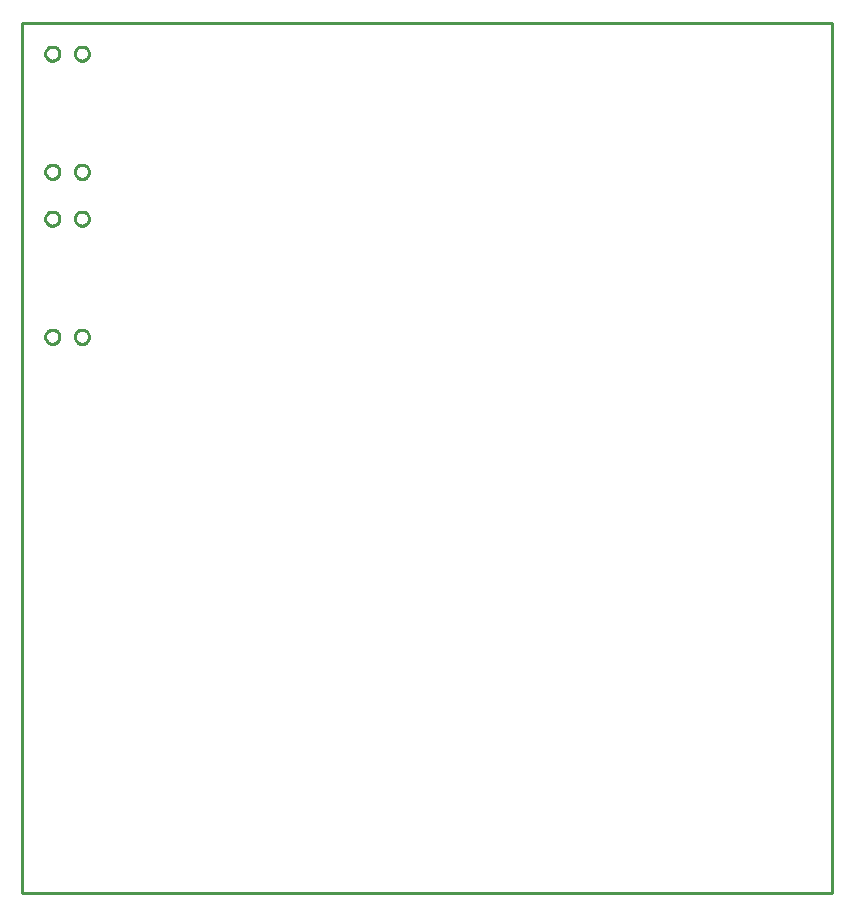
<source format=gko>
G04 EAGLE Gerber RS-274X export*
G75*
%MOMM*%
%FSLAX34Y34*%
%LPD*%
%INBoard Outline*%
%IPPOS*%
%AMOC8*
5,1,8,0,0,1.08239X$1,22.5*%
G01*
%ADD10C,0.000000*%
%ADD11C,0.254000*%


D10*
X0Y0D02*
X685800Y0D01*
X685800Y736600D01*
X0Y736600D01*
X0Y0D01*
X44800Y570700D02*
X44802Y570854D01*
X44808Y571009D01*
X44818Y571163D01*
X44832Y571317D01*
X44850Y571470D01*
X44871Y571623D01*
X44897Y571776D01*
X44927Y571927D01*
X44960Y572078D01*
X44998Y572228D01*
X45039Y572377D01*
X45084Y572525D01*
X45133Y572671D01*
X45186Y572817D01*
X45242Y572960D01*
X45302Y573103D01*
X45366Y573243D01*
X45433Y573383D01*
X45504Y573520D01*
X45578Y573655D01*
X45656Y573789D01*
X45737Y573920D01*
X45822Y574049D01*
X45910Y574177D01*
X46001Y574301D01*
X46095Y574424D01*
X46193Y574544D01*
X46293Y574661D01*
X46397Y574776D01*
X46503Y574888D01*
X46612Y574997D01*
X46724Y575103D01*
X46839Y575207D01*
X46956Y575307D01*
X47076Y575405D01*
X47199Y575499D01*
X47323Y575590D01*
X47451Y575678D01*
X47580Y575763D01*
X47711Y575844D01*
X47845Y575922D01*
X47980Y575996D01*
X48117Y576067D01*
X48257Y576134D01*
X48397Y576198D01*
X48540Y576258D01*
X48683Y576314D01*
X48829Y576367D01*
X48975Y576416D01*
X49123Y576461D01*
X49272Y576502D01*
X49422Y576540D01*
X49573Y576573D01*
X49724Y576603D01*
X49877Y576629D01*
X50030Y576650D01*
X50183Y576668D01*
X50337Y576682D01*
X50491Y576692D01*
X50646Y576698D01*
X50800Y576700D01*
X50954Y576698D01*
X51109Y576692D01*
X51263Y576682D01*
X51417Y576668D01*
X51570Y576650D01*
X51723Y576629D01*
X51876Y576603D01*
X52027Y576573D01*
X52178Y576540D01*
X52328Y576502D01*
X52477Y576461D01*
X52625Y576416D01*
X52771Y576367D01*
X52917Y576314D01*
X53060Y576258D01*
X53203Y576198D01*
X53343Y576134D01*
X53483Y576067D01*
X53620Y575996D01*
X53755Y575922D01*
X53889Y575844D01*
X54020Y575763D01*
X54149Y575678D01*
X54277Y575590D01*
X54401Y575499D01*
X54524Y575405D01*
X54644Y575307D01*
X54761Y575207D01*
X54876Y575103D01*
X54988Y574997D01*
X55097Y574888D01*
X55203Y574776D01*
X55307Y574661D01*
X55407Y574544D01*
X55505Y574424D01*
X55599Y574301D01*
X55690Y574177D01*
X55778Y574049D01*
X55863Y573920D01*
X55944Y573789D01*
X56022Y573655D01*
X56096Y573520D01*
X56167Y573383D01*
X56234Y573243D01*
X56298Y573103D01*
X56358Y572960D01*
X56414Y572817D01*
X56467Y572671D01*
X56516Y572525D01*
X56561Y572377D01*
X56602Y572228D01*
X56640Y572078D01*
X56673Y571927D01*
X56703Y571776D01*
X56729Y571623D01*
X56750Y571470D01*
X56768Y571317D01*
X56782Y571163D01*
X56792Y571009D01*
X56798Y570854D01*
X56800Y570700D01*
X56798Y570546D01*
X56792Y570391D01*
X56782Y570237D01*
X56768Y570083D01*
X56750Y569930D01*
X56729Y569777D01*
X56703Y569624D01*
X56673Y569473D01*
X56640Y569322D01*
X56602Y569172D01*
X56561Y569023D01*
X56516Y568875D01*
X56467Y568729D01*
X56414Y568583D01*
X56358Y568440D01*
X56298Y568297D01*
X56234Y568157D01*
X56167Y568017D01*
X56096Y567880D01*
X56022Y567745D01*
X55944Y567611D01*
X55863Y567480D01*
X55778Y567351D01*
X55690Y567223D01*
X55599Y567099D01*
X55505Y566976D01*
X55407Y566856D01*
X55307Y566739D01*
X55203Y566624D01*
X55097Y566512D01*
X54988Y566403D01*
X54876Y566297D01*
X54761Y566193D01*
X54644Y566093D01*
X54524Y565995D01*
X54401Y565901D01*
X54277Y565810D01*
X54149Y565722D01*
X54020Y565637D01*
X53889Y565556D01*
X53755Y565478D01*
X53620Y565404D01*
X53483Y565333D01*
X53343Y565266D01*
X53203Y565202D01*
X53060Y565142D01*
X52917Y565086D01*
X52771Y565033D01*
X52625Y564984D01*
X52477Y564939D01*
X52328Y564898D01*
X52178Y564860D01*
X52027Y564827D01*
X51876Y564797D01*
X51723Y564771D01*
X51570Y564750D01*
X51417Y564732D01*
X51263Y564718D01*
X51109Y564708D01*
X50954Y564702D01*
X50800Y564700D01*
X50646Y564702D01*
X50491Y564708D01*
X50337Y564718D01*
X50183Y564732D01*
X50030Y564750D01*
X49877Y564771D01*
X49724Y564797D01*
X49573Y564827D01*
X49422Y564860D01*
X49272Y564898D01*
X49123Y564939D01*
X48975Y564984D01*
X48829Y565033D01*
X48683Y565086D01*
X48540Y565142D01*
X48397Y565202D01*
X48257Y565266D01*
X48117Y565333D01*
X47980Y565404D01*
X47845Y565478D01*
X47711Y565556D01*
X47580Y565637D01*
X47451Y565722D01*
X47323Y565810D01*
X47199Y565901D01*
X47076Y565995D01*
X46956Y566093D01*
X46839Y566193D01*
X46724Y566297D01*
X46612Y566403D01*
X46503Y566512D01*
X46397Y566624D01*
X46293Y566739D01*
X46193Y566856D01*
X46095Y566976D01*
X46001Y567099D01*
X45910Y567223D01*
X45822Y567351D01*
X45737Y567480D01*
X45656Y567611D01*
X45578Y567745D01*
X45504Y567880D01*
X45433Y568017D01*
X45366Y568157D01*
X45302Y568297D01*
X45242Y568440D01*
X45186Y568583D01*
X45133Y568729D01*
X45084Y568875D01*
X45039Y569023D01*
X44998Y569172D01*
X44960Y569322D01*
X44927Y569473D01*
X44897Y569624D01*
X44871Y569777D01*
X44850Y569930D01*
X44832Y570083D01*
X44818Y570237D01*
X44808Y570391D01*
X44802Y570546D01*
X44800Y570700D01*
X19800Y570700D02*
X19802Y570854D01*
X19808Y571009D01*
X19818Y571163D01*
X19832Y571317D01*
X19850Y571470D01*
X19871Y571623D01*
X19897Y571776D01*
X19927Y571927D01*
X19960Y572078D01*
X19998Y572228D01*
X20039Y572377D01*
X20084Y572525D01*
X20133Y572671D01*
X20186Y572817D01*
X20242Y572960D01*
X20302Y573103D01*
X20366Y573243D01*
X20433Y573383D01*
X20504Y573520D01*
X20578Y573655D01*
X20656Y573789D01*
X20737Y573920D01*
X20822Y574049D01*
X20910Y574177D01*
X21001Y574301D01*
X21095Y574424D01*
X21193Y574544D01*
X21293Y574661D01*
X21397Y574776D01*
X21503Y574888D01*
X21612Y574997D01*
X21724Y575103D01*
X21839Y575207D01*
X21956Y575307D01*
X22076Y575405D01*
X22199Y575499D01*
X22323Y575590D01*
X22451Y575678D01*
X22580Y575763D01*
X22711Y575844D01*
X22845Y575922D01*
X22980Y575996D01*
X23117Y576067D01*
X23257Y576134D01*
X23397Y576198D01*
X23540Y576258D01*
X23683Y576314D01*
X23829Y576367D01*
X23975Y576416D01*
X24123Y576461D01*
X24272Y576502D01*
X24422Y576540D01*
X24573Y576573D01*
X24724Y576603D01*
X24877Y576629D01*
X25030Y576650D01*
X25183Y576668D01*
X25337Y576682D01*
X25491Y576692D01*
X25646Y576698D01*
X25800Y576700D01*
X25954Y576698D01*
X26109Y576692D01*
X26263Y576682D01*
X26417Y576668D01*
X26570Y576650D01*
X26723Y576629D01*
X26876Y576603D01*
X27027Y576573D01*
X27178Y576540D01*
X27328Y576502D01*
X27477Y576461D01*
X27625Y576416D01*
X27771Y576367D01*
X27917Y576314D01*
X28060Y576258D01*
X28203Y576198D01*
X28343Y576134D01*
X28483Y576067D01*
X28620Y575996D01*
X28755Y575922D01*
X28889Y575844D01*
X29020Y575763D01*
X29149Y575678D01*
X29277Y575590D01*
X29401Y575499D01*
X29524Y575405D01*
X29644Y575307D01*
X29761Y575207D01*
X29876Y575103D01*
X29988Y574997D01*
X30097Y574888D01*
X30203Y574776D01*
X30307Y574661D01*
X30407Y574544D01*
X30505Y574424D01*
X30599Y574301D01*
X30690Y574177D01*
X30778Y574049D01*
X30863Y573920D01*
X30944Y573789D01*
X31022Y573655D01*
X31096Y573520D01*
X31167Y573383D01*
X31234Y573243D01*
X31298Y573103D01*
X31358Y572960D01*
X31414Y572817D01*
X31467Y572671D01*
X31516Y572525D01*
X31561Y572377D01*
X31602Y572228D01*
X31640Y572078D01*
X31673Y571927D01*
X31703Y571776D01*
X31729Y571623D01*
X31750Y571470D01*
X31768Y571317D01*
X31782Y571163D01*
X31792Y571009D01*
X31798Y570854D01*
X31800Y570700D01*
X31798Y570546D01*
X31792Y570391D01*
X31782Y570237D01*
X31768Y570083D01*
X31750Y569930D01*
X31729Y569777D01*
X31703Y569624D01*
X31673Y569473D01*
X31640Y569322D01*
X31602Y569172D01*
X31561Y569023D01*
X31516Y568875D01*
X31467Y568729D01*
X31414Y568583D01*
X31358Y568440D01*
X31298Y568297D01*
X31234Y568157D01*
X31167Y568017D01*
X31096Y567880D01*
X31022Y567745D01*
X30944Y567611D01*
X30863Y567480D01*
X30778Y567351D01*
X30690Y567223D01*
X30599Y567099D01*
X30505Y566976D01*
X30407Y566856D01*
X30307Y566739D01*
X30203Y566624D01*
X30097Y566512D01*
X29988Y566403D01*
X29876Y566297D01*
X29761Y566193D01*
X29644Y566093D01*
X29524Y565995D01*
X29401Y565901D01*
X29277Y565810D01*
X29149Y565722D01*
X29020Y565637D01*
X28889Y565556D01*
X28755Y565478D01*
X28620Y565404D01*
X28483Y565333D01*
X28343Y565266D01*
X28203Y565202D01*
X28060Y565142D01*
X27917Y565086D01*
X27771Y565033D01*
X27625Y564984D01*
X27477Y564939D01*
X27328Y564898D01*
X27178Y564860D01*
X27027Y564827D01*
X26876Y564797D01*
X26723Y564771D01*
X26570Y564750D01*
X26417Y564732D01*
X26263Y564718D01*
X26109Y564708D01*
X25954Y564702D01*
X25800Y564700D01*
X25646Y564702D01*
X25491Y564708D01*
X25337Y564718D01*
X25183Y564732D01*
X25030Y564750D01*
X24877Y564771D01*
X24724Y564797D01*
X24573Y564827D01*
X24422Y564860D01*
X24272Y564898D01*
X24123Y564939D01*
X23975Y564984D01*
X23829Y565033D01*
X23683Y565086D01*
X23540Y565142D01*
X23397Y565202D01*
X23257Y565266D01*
X23117Y565333D01*
X22980Y565404D01*
X22845Y565478D01*
X22711Y565556D01*
X22580Y565637D01*
X22451Y565722D01*
X22323Y565810D01*
X22199Y565901D01*
X22076Y565995D01*
X21956Y566093D01*
X21839Y566193D01*
X21724Y566297D01*
X21612Y566403D01*
X21503Y566512D01*
X21397Y566624D01*
X21293Y566739D01*
X21193Y566856D01*
X21095Y566976D01*
X21001Y567099D01*
X20910Y567223D01*
X20822Y567351D01*
X20737Y567480D01*
X20656Y567611D01*
X20578Y567745D01*
X20504Y567880D01*
X20433Y568017D01*
X20366Y568157D01*
X20302Y568297D01*
X20242Y568440D01*
X20186Y568583D01*
X20133Y568729D01*
X20084Y568875D01*
X20039Y569023D01*
X19998Y569172D01*
X19960Y569322D01*
X19927Y569473D01*
X19897Y569624D01*
X19871Y569777D01*
X19850Y569930D01*
X19832Y570083D01*
X19818Y570237D01*
X19808Y570391D01*
X19802Y570546D01*
X19800Y570700D01*
X19800Y470700D02*
X19802Y470854D01*
X19808Y471009D01*
X19818Y471163D01*
X19832Y471317D01*
X19850Y471470D01*
X19871Y471623D01*
X19897Y471776D01*
X19927Y471927D01*
X19960Y472078D01*
X19998Y472228D01*
X20039Y472377D01*
X20084Y472525D01*
X20133Y472671D01*
X20186Y472817D01*
X20242Y472960D01*
X20302Y473103D01*
X20366Y473243D01*
X20433Y473383D01*
X20504Y473520D01*
X20578Y473655D01*
X20656Y473789D01*
X20737Y473920D01*
X20822Y474049D01*
X20910Y474177D01*
X21001Y474301D01*
X21095Y474424D01*
X21193Y474544D01*
X21293Y474661D01*
X21397Y474776D01*
X21503Y474888D01*
X21612Y474997D01*
X21724Y475103D01*
X21839Y475207D01*
X21956Y475307D01*
X22076Y475405D01*
X22199Y475499D01*
X22323Y475590D01*
X22451Y475678D01*
X22580Y475763D01*
X22711Y475844D01*
X22845Y475922D01*
X22980Y475996D01*
X23117Y476067D01*
X23257Y476134D01*
X23397Y476198D01*
X23540Y476258D01*
X23683Y476314D01*
X23829Y476367D01*
X23975Y476416D01*
X24123Y476461D01*
X24272Y476502D01*
X24422Y476540D01*
X24573Y476573D01*
X24724Y476603D01*
X24877Y476629D01*
X25030Y476650D01*
X25183Y476668D01*
X25337Y476682D01*
X25491Y476692D01*
X25646Y476698D01*
X25800Y476700D01*
X25954Y476698D01*
X26109Y476692D01*
X26263Y476682D01*
X26417Y476668D01*
X26570Y476650D01*
X26723Y476629D01*
X26876Y476603D01*
X27027Y476573D01*
X27178Y476540D01*
X27328Y476502D01*
X27477Y476461D01*
X27625Y476416D01*
X27771Y476367D01*
X27917Y476314D01*
X28060Y476258D01*
X28203Y476198D01*
X28343Y476134D01*
X28483Y476067D01*
X28620Y475996D01*
X28755Y475922D01*
X28889Y475844D01*
X29020Y475763D01*
X29149Y475678D01*
X29277Y475590D01*
X29401Y475499D01*
X29524Y475405D01*
X29644Y475307D01*
X29761Y475207D01*
X29876Y475103D01*
X29988Y474997D01*
X30097Y474888D01*
X30203Y474776D01*
X30307Y474661D01*
X30407Y474544D01*
X30505Y474424D01*
X30599Y474301D01*
X30690Y474177D01*
X30778Y474049D01*
X30863Y473920D01*
X30944Y473789D01*
X31022Y473655D01*
X31096Y473520D01*
X31167Y473383D01*
X31234Y473243D01*
X31298Y473103D01*
X31358Y472960D01*
X31414Y472817D01*
X31467Y472671D01*
X31516Y472525D01*
X31561Y472377D01*
X31602Y472228D01*
X31640Y472078D01*
X31673Y471927D01*
X31703Y471776D01*
X31729Y471623D01*
X31750Y471470D01*
X31768Y471317D01*
X31782Y471163D01*
X31792Y471009D01*
X31798Y470854D01*
X31800Y470700D01*
X31798Y470546D01*
X31792Y470391D01*
X31782Y470237D01*
X31768Y470083D01*
X31750Y469930D01*
X31729Y469777D01*
X31703Y469624D01*
X31673Y469473D01*
X31640Y469322D01*
X31602Y469172D01*
X31561Y469023D01*
X31516Y468875D01*
X31467Y468729D01*
X31414Y468583D01*
X31358Y468440D01*
X31298Y468297D01*
X31234Y468157D01*
X31167Y468017D01*
X31096Y467880D01*
X31022Y467745D01*
X30944Y467611D01*
X30863Y467480D01*
X30778Y467351D01*
X30690Y467223D01*
X30599Y467099D01*
X30505Y466976D01*
X30407Y466856D01*
X30307Y466739D01*
X30203Y466624D01*
X30097Y466512D01*
X29988Y466403D01*
X29876Y466297D01*
X29761Y466193D01*
X29644Y466093D01*
X29524Y465995D01*
X29401Y465901D01*
X29277Y465810D01*
X29149Y465722D01*
X29020Y465637D01*
X28889Y465556D01*
X28755Y465478D01*
X28620Y465404D01*
X28483Y465333D01*
X28343Y465266D01*
X28203Y465202D01*
X28060Y465142D01*
X27917Y465086D01*
X27771Y465033D01*
X27625Y464984D01*
X27477Y464939D01*
X27328Y464898D01*
X27178Y464860D01*
X27027Y464827D01*
X26876Y464797D01*
X26723Y464771D01*
X26570Y464750D01*
X26417Y464732D01*
X26263Y464718D01*
X26109Y464708D01*
X25954Y464702D01*
X25800Y464700D01*
X25646Y464702D01*
X25491Y464708D01*
X25337Y464718D01*
X25183Y464732D01*
X25030Y464750D01*
X24877Y464771D01*
X24724Y464797D01*
X24573Y464827D01*
X24422Y464860D01*
X24272Y464898D01*
X24123Y464939D01*
X23975Y464984D01*
X23829Y465033D01*
X23683Y465086D01*
X23540Y465142D01*
X23397Y465202D01*
X23257Y465266D01*
X23117Y465333D01*
X22980Y465404D01*
X22845Y465478D01*
X22711Y465556D01*
X22580Y465637D01*
X22451Y465722D01*
X22323Y465810D01*
X22199Y465901D01*
X22076Y465995D01*
X21956Y466093D01*
X21839Y466193D01*
X21724Y466297D01*
X21612Y466403D01*
X21503Y466512D01*
X21397Y466624D01*
X21293Y466739D01*
X21193Y466856D01*
X21095Y466976D01*
X21001Y467099D01*
X20910Y467223D01*
X20822Y467351D01*
X20737Y467480D01*
X20656Y467611D01*
X20578Y467745D01*
X20504Y467880D01*
X20433Y468017D01*
X20366Y468157D01*
X20302Y468297D01*
X20242Y468440D01*
X20186Y468583D01*
X20133Y468729D01*
X20084Y468875D01*
X20039Y469023D01*
X19998Y469172D01*
X19960Y469322D01*
X19927Y469473D01*
X19897Y469624D01*
X19871Y469777D01*
X19850Y469930D01*
X19832Y470083D01*
X19818Y470237D01*
X19808Y470391D01*
X19802Y470546D01*
X19800Y470700D01*
X44800Y470700D02*
X44802Y470854D01*
X44808Y471009D01*
X44818Y471163D01*
X44832Y471317D01*
X44850Y471470D01*
X44871Y471623D01*
X44897Y471776D01*
X44927Y471927D01*
X44960Y472078D01*
X44998Y472228D01*
X45039Y472377D01*
X45084Y472525D01*
X45133Y472671D01*
X45186Y472817D01*
X45242Y472960D01*
X45302Y473103D01*
X45366Y473243D01*
X45433Y473383D01*
X45504Y473520D01*
X45578Y473655D01*
X45656Y473789D01*
X45737Y473920D01*
X45822Y474049D01*
X45910Y474177D01*
X46001Y474301D01*
X46095Y474424D01*
X46193Y474544D01*
X46293Y474661D01*
X46397Y474776D01*
X46503Y474888D01*
X46612Y474997D01*
X46724Y475103D01*
X46839Y475207D01*
X46956Y475307D01*
X47076Y475405D01*
X47199Y475499D01*
X47323Y475590D01*
X47451Y475678D01*
X47580Y475763D01*
X47711Y475844D01*
X47845Y475922D01*
X47980Y475996D01*
X48117Y476067D01*
X48257Y476134D01*
X48397Y476198D01*
X48540Y476258D01*
X48683Y476314D01*
X48829Y476367D01*
X48975Y476416D01*
X49123Y476461D01*
X49272Y476502D01*
X49422Y476540D01*
X49573Y476573D01*
X49724Y476603D01*
X49877Y476629D01*
X50030Y476650D01*
X50183Y476668D01*
X50337Y476682D01*
X50491Y476692D01*
X50646Y476698D01*
X50800Y476700D01*
X50954Y476698D01*
X51109Y476692D01*
X51263Y476682D01*
X51417Y476668D01*
X51570Y476650D01*
X51723Y476629D01*
X51876Y476603D01*
X52027Y476573D01*
X52178Y476540D01*
X52328Y476502D01*
X52477Y476461D01*
X52625Y476416D01*
X52771Y476367D01*
X52917Y476314D01*
X53060Y476258D01*
X53203Y476198D01*
X53343Y476134D01*
X53483Y476067D01*
X53620Y475996D01*
X53755Y475922D01*
X53889Y475844D01*
X54020Y475763D01*
X54149Y475678D01*
X54277Y475590D01*
X54401Y475499D01*
X54524Y475405D01*
X54644Y475307D01*
X54761Y475207D01*
X54876Y475103D01*
X54988Y474997D01*
X55097Y474888D01*
X55203Y474776D01*
X55307Y474661D01*
X55407Y474544D01*
X55505Y474424D01*
X55599Y474301D01*
X55690Y474177D01*
X55778Y474049D01*
X55863Y473920D01*
X55944Y473789D01*
X56022Y473655D01*
X56096Y473520D01*
X56167Y473383D01*
X56234Y473243D01*
X56298Y473103D01*
X56358Y472960D01*
X56414Y472817D01*
X56467Y472671D01*
X56516Y472525D01*
X56561Y472377D01*
X56602Y472228D01*
X56640Y472078D01*
X56673Y471927D01*
X56703Y471776D01*
X56729Y471623D01*
X56750Y471470D01*
X56768Y471317D01*
X56782Y471163D01*
X56792Y471009D01*
X56798Y470854D01*
X56800Y470700D01*
X56798Y470546D01*
X56792Y470391D01*
X56782Y470237D01*
X56768Y470083D01*
X56750Y469930D01*
X56729Y469777D01*
X56703Y469624D01*
X56673Y469473D01*
X56640Y469322D01*
X56602Y469172D01*
X56561Y469023D01*
X56516Y468875D01*
X56467Y468729D01*
X56414Y468583D01*
X56358Y468440D01*
X56298Y468297D01*
X56234Y468157D01*
X56167Y468017D01*
X56096Y467880D01*
X56022Y467745D01*
X55944Y467611D01*
X55863Y467480D01*
X55778Y467351D01*
X55690Y467223D01*
X55599Y467099D01*
X55505Y466976D01*
X55407Y466856D01*
X55307Y466739D01*
X55203Y466624D01*
X55097Y466512D01*
X54988Y466403D01*
X54876Y466297D01*
X54761Y466193D01*
X54644Y466093D01*
X54524Y465995D01*
X54401Y465901D01*
X54277Y465810D01*
X54149Y465722D01*
X54020Y465637D01*
X53889Y465556D01*
X53755Y465478D01*
X53620Y465404D01*
X53483Y465333D01*
X53343Y465266D01*
X53203Y465202D01*
X53060Y465142D01*
X52917Y465086D01*
X52771Y465033D01*
X52625Y464984D01*
X52477Y464939D01*
X52328Y464898D01*
X52178Y464860D01*
X52027Y464827D01*
X51876Y464797D01*
X51723Y464771D01*
X51570Y464750D01*
X51417Y464732D01*
X51263Y464718D01*
X51109Y464708D01*
X50954Y464702D01*
X50800Y464700D01*
X50646Y464702D01*
X50491Y464708D01*
X50337Y464718D01*
X50183Y464732D01*
X50030Y464750D01*
X49877Y464771D01*
X49724Y464797D01*
X49573Y464827D01*
X49422Y464860D01*
X49272Y464898D01*
X49123Y464939D01*
X48975Y464984D01*
X48829Y465033D01*
X48683Y465086D01*
X48540Y465142D01*
X48397Y465202D01*
X48257Y465266D01*
X48117Y465333D01*
X47980Y465404D01*
X47845Y465478D01*
X47711Y465556D01*
X47580Y465637D01*
X47451Y465722D01*
X47323Y465810D01*
X47199Y465901D01*
X47076Y465995D01*
X46956Y466093D01*
X46839Y466193D01*
X46724Y466297D01*
X46612Y466403D01*
X46503Y466512D01*
X46397Y466624D01*
X46293Y466739D01*
X46193Y466856D01*
X46095Y466976D01*
X46001Y467099D01*
X45910Y467223D01*
X45822Y467351D01*
X45737Y467480D01*
X45656Y467611D01*
X45578Y467745D01*
X45504Y467880D01*
X45433Y468017D01*
X45366Y468157D01*
X45302Y468297D01*
X45242Y468440D01*
X45186Y468583D01*
X45133Y468729D01*
X45084Y468875D01*
X45039Y469023D01*
X44998Y469172D01*
X44960Y469322D01*
X44927Y469473D01*
X44897Y469624D01*
X44871Y469777D01*
X44850Y469930D01*
X44832Y470083D01*
X44818Y470237D01*
X44808Y470391D01*
X44802Y470546D01*
X44800Y470700D01*
X44800Y710400D02*
X44802Y710554D01*
X44808Y710709D01*
X44818Y710863D01*
X44832Y711017D01*
X44850Y711170D01*
X44871Y711323D01*
X44897Y711476D01*
X44927Y711627D01*
X44960Y711778D01*
X44998Y711928D01*
X45039Y712077D01*
X45084Y712225D01*
X45133Y712371D01*
X45186Y712517D01*
X45242Y712660D01*
X45302Y712803D01*
X45366Y712943D01*
X45433Y713083D01*
X45504Y713220D01*
X45578Y713355D01*
X45656Y713489D01*
X45737Y713620D01*
X45822Y713749D01*
X45910Y713877D01*
X46001Y714001D01*
X46095Y714124D01*
X46193Y714244D01*
X46293Y714361D01*
X46397Y714476D01*
X46503Y714588D01*
X46612Y714697D01*
X46724Y714803D01*
X46839Y714907D01*
X46956Y715007D01*
X47076Y715105D01*
X47199Y715199D01*
X47323Y715290D01*
X47451Y715378D01*
X47580Y715463D01*
X47711Y715544D01*
X47845Y715622D01*
X47980Y715696D01*
X48117Y715767D01*
X48257Y715834D01*
X48397Y715898D01*
X48540Y715958D01*
X48683Y716014D01*
X48829Y716067D01*
X48975Y716116D01*
X49123Y716161D01*
X49272Y716202D01*
X49422Y716240D01*
X49573Y716273D01*
X49724Y716303D01*
X49877Y716329D01*
X50030Y716350D01*
X50183Y716368D01*
X50337Y716382D01*
X50491Y716392D01*
X50646Y716398D01*
X50800Y716400D01*
X50954Y716398D01*
X51109Y716392D01*
X51263Y716382D01*
X51417Y716368D01*
X51570Y716350D01*
X51723Y716329D01*
X51876Y716303D01*
X52027Y716273D01*
X52178Y716240D01*
X52328Y716202D01*
X52477Y716161D01*
X52625Y716116D01*
X52771Y716067D01*
X52917Y716014D01*
X53060Y715958D01*
X53203Y715898D01*
X53343Y715834D01*
X53483Y715767D01*
X53620Y715696D01*
X53755Y715622D01*
X53889Y715544D01*
X54020Y715463D01*
X54149Y715378D01*
X54277Y715290D01*
X54401Y715199D01*
X54524Y715105D01*
X54644Y715007D01*
X54761Y714907D01*
X54876Y714803D01*
X54988Y714697D01*
X55097Y714588D01*
X55203Y714476D01*
X55307Y714361D01*
X55407Y714244D01*
X55505Y714124D01*
X55599Y714001D01*
X55690Y713877D01*
X55778Y713749D01*
X55863Y713620D01*
X55944Y713489D01*
X56022Y713355D01*
X56096Y713220D01*
X56167Y713083D01*
X56234Y712943D01*
X56298Y712803D01*
X56358Y712660D01*
X56414Y712517D01*
X56467Y712371D01*
X56516Y712225D01*
X56561Y712077D01*
X56602Y711928D01*
X56640Y711778D01*
X56673Y711627D01*
X56703Y711476D01*
X56729Y711323D01*
X56750Y711170D01*
X56768Y711017D01*
X56782Y710863D01*
X56792Y710709D01*
X56798Y710554D01*
X56800Y710400D01*
X56798Y710246D01*
X56792Y710091D01*
X56782Y709937D01*
X56768Y709783D01*
X56750Y709630D01*
X56729Y709477D01*
X56703Y709324D01*
X56673Y709173D01*
X56640Y709022D01*
X56602Y708872D01*
X56561Y708723D01*
X56516Y708575D01*
X56467Y708429D01*
X56414Y708283D01*
X56358Y708140D01*
X56298Y707997D01*
X56234Y707857D01*
X56167Y707717D01*
X56096Y707580D01*
X56022Y707445D01*
X55944Y707311D01*
X55863Y707180D01*
X55778Y707051D01*
X55690Y706923D01*
X55599Y706799D01*
X55505Y706676D01*
X55407Y706556D01*
X55307Y706439D01*
X55203Y706324D01*
X55097Y706212D01*
X54988Y706103D01*
X54876Y705997D01*
X54761Y705893D01*
X54644Y705793D01*
X54524Y705695D01*
X54401Y705601D01*
X54277Y705510D01*
X54149Y705422D01*
X54020Y705337D01*
X53889Y705256D01*
X53755Y705178D01*
X53620Y705104D01*
X53483Y705033D01*
X53343Y704966D01*
X53203Y704902D01*
X53060Y704842D01*
X52917Y704786D01*
X52771Y704733D01*
X52625Y704684D01*
X52477Y704639D01*
X52328Y704598D01*
X52178Y704560D01*
X52027Y704527D01*
X51876Y704497D01*
X51723Y704471D01*
X51570Y704450D01*
X51417Y704432D01*
X51263Y704418D01*
X51109Y704408D01*
X50954Y704402D01*
X50800Y704400D01*
X50646Y704402D01*
X50491Y704408D01*
X50337Y704418D01*
X50183Y704432D01*
X50030Y704450D01*
X49877Y704471D01*
X49724Y704497D01*
X49573Y704527D01*
X49422Y704560D01*
X49272Y704598D01*
X49123Y704639D01*
X48975Y704684D01*
X48829Y704733D01*
X48683Y704786D01*
X48540Y704842D01*
X48397Y704902D01*
X48257Y704966D01*
X48117Y705033D01*
X47980Y705104D01*
X47845Y705178D01*
X47711Y705256D01*
X47580Y705337D01*
X47451Y705422D01*
X47323Y705510D01*
X47199Y705601D01*
X47076Y705695D01*
X46956Y705793D01*
X46839Y705893D01*
X46724Y705997D01*
X46612Y706103D01*
X46503Y706212D01*
X46397Y706324D01*
X46293Y706439D01*
X46193Y706556D01*
X46095Y706676D01*
X46001Y706799D01*
X45910Y706923D01*
X45822Y707051D01*
X45737Y707180D01*
X45656Y707311D01*
X45578Y707445D01*
X45504Y707580D01*
X45433Y707717D01*
X45366Y707857D01*
X45302Y707997D01*
X45242Y708140D01*
X45186Y708283D01*
X45133Y708429D01*
X45084Y708575D01*
X45039Y708723D01*
X44998Y708872D01*
X44960Y709022D01*
X44927Y709173D01*
X44897Y709324D01*
X44871Y709477D01*
X44850Y709630D01*
X44832Y709783D01*
X44818Y709937D01*
X44808Y710091D01*
X44802Y710246D01*
X44800Y710400D01*
X19800Y710400D02*
X19802Y710554D01*
X19808Y710709D01*
X19818Y710863D01*
X19832Y711017D01*
X19850Y711170D01*
X19871Y711323D01*
X19897Y711476D01*
X19927Y711627D01*
X19960Y711778D01*
X19998Y711928D01*
X20039Y712077D01*
X20084Y712225D01*
X20133Y712371D01*
X20186Y712517D01*
X20242Y712660D01*
X20302Y712803D01*
X20366Y712943D01*
X20433Y713083D01*
X20504Y713220D01*
X20578Y713355D01*
X20656Y713489D01*
X20737Y713620D01*
X20822Y713749D01*
X20910Y713877D01*
X21001Y714001D01*
X21095Y714124D01*
X21193Y714244D01*
X21293Y714361D01*
X21397Y714476D01*
X21503Y714588D01*
X21612Y714697D01*
X21724Y714803D01*
X21839Y714907D01*
X21956Y715007D01*
X22076Y715105D01*
X22199Y715199D01*
X22323Y715290D01*
X22451Y715378D01*
X22580Y715463D01*
X22711Y715544D01*
X22845Y715622D01*
X22980Y715696D01*
X23117Y715767D01*
X23257Y715834D01*
X23397Y715898D01*
X23540Y715958D01*
X23683Y716014D01*
X23829Y716067D01*
X23975Y716116D01*
X24123Y716161D01*
X24272Y716202D01*
X24422Y716240D01*
X24573Y716273D01*
X24724Y716303D01*
X24877Y716329D01*
X25030Y716350D01*
X25183Y716368D01*
X25337Y716382D01*
X25491Y716392D01*
X25646Y716398D01*
X25800Y716400D01*
X25954Y716398D01*
X26109Y716392D01*
X26263Y716382D01*
X26417Y716368D01*
X26570Y716350D01*
X26723Y716329D01*
X26876Y716303D01*
X27027Y716273D01*
X27178Y716240D01*
X27328Y716202D01*
X27477Y716161D01*
X27625Y716116D01*
X27771Y716067D01*
X27917Y716014D01*
X28060Y715958D01*
X28203Y715898D01*
X28343Y715834D01*
X28483Y715767D01*
X28620Y715696D01*
X28755Y715622D01*
X28889Y715544D01*
X29020Y715463D01*
X29149Y715378D01*
X29277Y715290D01*
X29401Y715199D01*
X29524Y715105D01*
X29644Y715007D01*
X29761Y714907D01*
X29876Y714803D01*
X29988Y714697D01*
X30097Y714588D01*
X30203Y714476D01*
X30307Y714361D01*
X30407Y714244D01*
X30505Y714124D01*
X30599Y714001D01*
X30690Y713877D01*
X30778Y713749D01*
X30863Y713620D01*
X30944Y713489D01*
X31022Y713355D01*
X31096Y713220D01*
X31167Y713083D01*
X31234Y712943D01*
X31298Y712803D01*
X31358Y712660D01*
X31414Y712517D01*
X31467Y712371D01*
X31516Y712225D01*
X31561Y712077D01*
X31602Y711928D01*
X31640Y711778D01*
X31673Y711627D01*
X31703Y711476D01*
X31729Y711323D01*
X31750Y711170D01*
X31768Y711017D01*
X31782Y710863D01*
X31792Y710709D01*
X31798Y710554D01*
X31800Y710400D01*
X31798Y710246D01*
X31792Y710091D01*
X31782Y709937D01*
X31768Y709783D01*
X31750Y709630D01*
X31729Y709477D01*
X31703Y709324D01*
X31673Y709173D01*
X31640Y709022D01*
X31602Y708872D01*
X31561Y708723D01*
X31516Y708575D01*
X31467Y708429D01*
X31414Y708283D01*
X31358Y708140D01*
X31298Y707997D01*
X31234Y707857D01*
X31167Y707717D01*
X31096Y707580D01*
X31022Y707445D01*
X30944Y707311D01*
X30863Y707180D01*
X30778Y707051D01*
X30690Y706923D01*
X30599Y706799D01*
X30505Y706676D01*
X30407Y706556D01*
X30307Y706439D01*
X30203Y706324D01*
X30097Y706212D01*
X29988Y706103D01*
X29876Y705997D01*
X29761Y705893D01*
X29644Y705793D01*
X29524Y705695D01*
X29401Y705601D01*
X29277Y705510D01*
X29149Y705422D01*
X29020Y705337D01*
X28889Y705256D01*
X28755Y705178D01*
X28620Y705104D01*
X28483Y705033D01*
X28343Y704966D01*
X28203Y704902D01*
X28060Y704842D01*
X27917Y704786D01*
X27771Y704733D01*
X27625Y704684D01*
X27477Y704639D01*
X27328Y704598D01*
X27178Y704560D01*
X27027Y704527D01*
X26876Y704497D01*
X26723Y704471D01*
X26570Y704450D01*
X26417Y704432D01*
X26263Y704418D01*
X26109Y704408D01*
X25954Y704402D01*
X25800Y704400D01*
X25646Y704402D01*
X25491Y704408D01*
X25337Y704418D01*
X25183Y704432D01*
X25030Y704450D01*
X24877Y704471D01*
X24724Y704497D01*
X24573Y704527D01*
X24422Y704560D01*
X24272Y704598D01*
X24123Y704639D01*
X23975Y704684D01*
X23829Y704733D01*
X23683Y704786D01*
X23540Y704842D01*
X23397Y704902D01*
X23257Y704966D01*
X23117Y705033D01*
X22980Y705104D01*
X22845Y705178D01*
X22711Y705256D01*
X22580Y705337D01*
X22451Y705422D01*
X22323Y705510D01*
X22199Y705601D01*
X22076Y705695D01*
X21956Y705793D01*
X21839Y705893D01*
X21724Y705997D01*
X21612Y706103D01*
X21503Y706212D01*
X21397Y706324D01*
X21293Y706439D01*
X21193Y706556D01*
X21095Y706676D01*
X21001Y706799D01*
X20910Y706923D01*
X20822Y707051D01*
X20737Y707180D01*
X20656Y707311D01*
X20578Y707445D01*
X20504Y707580D01*
X20433Y707717D01*
X20366Y707857D01*
X20302Y707997D01*
X20242Y708140D01*
X20186Y708283D01*
X20133Y708429D01*
X20084Y708575D01*
X20039Y708723D01*
X19998Y708872D01*
X19960Y709022D01*
X19927Y709173D01*
X19897Y709324D01*
X19871Y709477D01*
X19850Y709630D01*
X19832Y709783D01*
X19818Y709937D01*
X19808Y710091D01*
X19802Y710246D01*
X19800Y710400D01*
X19800Y610400D02*
X19802Y610554D01*
X19808Y610709D01*
X19818Y610863D01*
X19832Y611017D01*
X19850Y611170D01*
X19871Y611323D01*
X19897Y611476D01*
X19927Y611627D01*
X19960Y611778D01*
X19998Y611928D01*
X20039Y612077D01*
X20084Y612225D01*
X20133Y612371D01*
X20186Y612517D01*
X20242Y612660D01*
X20302Y612803D01*
X20366Y612943D01*
X20433Y613083D01*
X20504Y613220D01*
X20578Y613355D01*
X20656Y613489D01*
X20737Y613620D01*
X20822Y613749D01*
X20910Y613877D01*
X21001Y614001D01*
X21095Y614124D01*
X21193Y614244D01*
X21293Y614361D01*
X21397Y614476D01*
X21503Y614588D01*
X21612Y614697D01*
X21724Y614803D01*
X21839Y614907D01*
X21956Y615007D01*
X22076Y615105D01*
X22199Y615199D01*
X22323Y615290D01*
X22451Y615378D01*
X22580Y615463D01*
X22711Y615544D01*
X22845Y615622D01*
X22980Y615696D01*
X23117Y615767D01*
X23257Y615834D01*
X23397Y615898D01*
X23540Y615958D01*
X23683Y616014D01*
X23829Y616067D01*
X23975Y616116D01*
X24123Y616161D01*
X24272Y616202D01*
X24422Y616240D01*
X24573Y616273D01*
X24724Y616303D01*
X24877Y616329D01*
X25030Y616350D01*
X25183Y616368D01*
X25337Y616382D01*
X25491Y616392D01*
X25646Y616398D01*
X25800Y616400D01*
X25954Y616398D01*
X26109Y616392D01*
X26263Y616382D01*
X26417Y616368D01*
X26570Y616350D01*
X26723Y616329D01*
X26876Y616303D01*
X27027Y616273D01*
X27178Y616240D01*
X27328Y616202D01*
X27477Y616161D01*
X27625Y616116D01*
X27771Y616067D01*
X27917Y616014D01*
X28060Y615958D01*
X28203Y615898D01*
X28343Y615834D01*
X28483Y615767D01*
X28620Y615696D01*
X28755Y615622D01*
X28889Y615544D01*
X29020Y615463D01*
X29149Y615378D01*
X29277Y615290D01*
X29401Y615199D01*
X29524Y615105D01*
X29644Y615007D01*
X29761Y614907D01*
X29876Y614803D01*
X29988Y614697D01*
X30097Y614588D01*
X30203Y614476D01*
X30307Y614361D01*
X30407Y614244D01*
X30505Y614124D01*
X30599Y614001D01*
X30690Y613877D01*
X30778Y613749D01*
X30863Y613620D01*
X30944Y613489D01*
X31022Y613355D01*
X31096Y613220D01*
X31167Y613083D01*
X31234Y612943D01*
X31298Y612803D01*
X31358Y612660D01*
X31414Y612517D01*
X31467Y612371D01*
X31516Y612225D01*
X31561Y612077D01*
X31602Y611928D01*
X31640Y611778D01*
X31673Y611627D01*
X31703Y611476D01*
X31729Y611323D01*
X31750Y611170D01*
X31768Y611017D01*
X31782Y610863D01*
X31792Y610709D01*
X31798Y610554D01*
X31800Y610400D01*
X31798Y610246D01*
X31792Y610091D01*
X31782Y609937D01*
X31768Y609783D01*
X31750Y609630D01*
X31729Y609477D01*
X31703Y609324D01*
X31673Y609173D01*
X31640Y609022D01*
X31602Y608872D01*
X31561Y608723D01*
X31516Y608575D01*
X31467Y608429D01*
X31414Y608283D01*
X31358Y608140D01*
X31298Y607997D01*
X31234Y607857D01*
X31167Y607717D01*
X31096Y607580D01*
X31022Y607445D01*
X30944Y607311D01*
X30863Y607180D01*
X30778Y607051D01*
X30690Y606923D01*
X30599Y606799D01*
X30505Y606676D01*
X30407Y606556D01*
X30307Y606439D01*
X30203Y606324D01*
X30097Y606212D01*
X29988Y606103D01*
X29876Y605997D01*
X29761Y605893D01*
X29644Y605793D01*
X29524Y605695D01*
X29401Y605601D01*
X29277Y605510D01*
X29149Y605422D01*
X29020Y605337D01*
X28889Y605256D01*
X28755Y605178D01*
X28620Y605104D01*
X28483Y605033D01*
X28343Y604966D01*
X28203Y604902D01*
X28060Y604842D01*
X27917Y604786D01*
X27771Y604733D01*
X27625Y604684D01*
X27477Y604639D01*
X27328Y604598D01*
X27178Y604560D01*
X27027Y604527D01*
X26876Y604497D01*
X26723Y604471D01*
X26570Y604450D01*
X26417Y604432D01*
X26263Y604418D01*
X26109Y604408D01*
X25954Y604402D01*
X25800Y604400D01*
X25646Y604402D01*
X25491Y604408D01*
X25337Y604418D01*
X25183Y604432D01*
X25030Y604450D01*
X24877Y604471D01*
X24724Y604497D01*
X24573Y604527D01*
X24422Y604560D01*
X24272Y604598D01*
X24123Y604639D01*
X23975Y604684D01*
X23829Y604733D01*
X23683Y604786D01*
X23540Y604842D01*
X23397Y604902D01*
X23257Y604966D01*
X23117Y605033D01*
X22980Y605104D01*
X22845Y605178D01*
X22711Y605256D01*
X22580Y605337D01*
X22451Y605422D01*
X22323Y605510D01*
X22199Y605601D01*
X22076Y605695D01*
X21956Y605793D01*
X21839Y605893D01*
X21724Y605997D01*
X21612Y606103D01*
X21503Y606212D01*
X21397Y606324D01*
X21293Y606439D01*
X21193Y606556D01*
X21095Y606676D01*
X21001Y606799D01*
X20910Y606923D01*
X20822Y607051D01*
X20737Y607180D01*
X20656Y607311D01*
X20578Y607445D01*
X20504Y607580D01*
X20433Y607717D01*
X20366Y607857D01*
X20302Y607997D01*
X20242Y608140D01*
X20186Y608283D01*
X20133Y608429D01*
X20084Y608575D01*
X20039Y608723D01*
X19998Y608872D01*
X19960Y609022D01*
X19927Y609173D01*
X19897Y609324D01*
X19871Y609477D01*
X19850Y609630D01*
X19832Y609783D01*
X19818Y609937D01*
X19808Y610091D01*
X19802Y610246D01*
X19800Y610400D01*
X44800Y610400D02*
X44802Y610554D01*
X44808Y610709D01*
X44818Y610863D01*
X44832Y611017D01*
X44850Y611170D01*
X44871Y611323D01*
X44897Y611476D01*
X44927Y611627D01*
X44960Y611778D01*
X44998Y611928D01*
X45039Y612077D01*
X45084Y612225D01*
X45133Y612371D01*
X45186Y612517D01*
X45242Y612660D01*
X45302Y612803D01*
X45366Y612943D01*
X45433Y613083D01*
X45504Y613220D01*
X45578Y613355D01*
X45656Y613489D01*
X45737Y613620D01*
X45822Y613749D01*
X45910Y613877D01*
X46001Y614001D01*
X46095Y614124D01*
X46193Y614244D01*
X46293Y614361D01*
X46397Y614476D01*
X46503Y614588D01*
X46612Y614697D01*
X46724Y614803D01*
X46839Y614907D01*
X46956Y615007D01*
X47076Y615105D01*
X47199Y615199D01*
X47323Y615290D01*
X47451Y615378D01*
X47580Y615463D01*
X47711Y615544D01*
X47845Y615622D01*
X47980Y615696D01*
X48117Y615767D01*
X48257Y615834D01*
X48397Y615898D01*
X48540Y615958D01*
X48683Y616014D01*
X48829Y616067D01*
X48975Y616116D01*
X49123Y616161D01*
X49272Y616202D01*
X49422Y616240D01*
X49573Y616273D01*
X49724Y616303D01*
X49877Y616329D01*
X50030Y616350D01*
X50183Y616368D01*
X50337Y616382D01*
X50491Y616392D01*
X50646Y616398D01*
X50800Y616400D01*
X50954Y616398D01*
X51109Y616392D01*
X51263Y616382D01*
X51417Y616368D01*
X51570Y616350D01*
X51723Y616329D01*
X51876Y616303D01*
X52027Y616273D01*
X52178Y616240D01*
X52328Y616202D01*
X52477Y616161D01*
X52625Y616116D01*
X52771Y616067D01*
X52917Y616014D01*
X53060Y615958D01*
X53203Y615898D01*
X53343Y615834D01*
X53483Y615767D01*
X53620Y615696D01*
X53755Y615622D01*
X53889Y615544D01*
X54020Y615463D01*
X54149Y615378D01*
X54277Y615290D01*
X54401Y615199D01*
X54524Y615105D01*
X54644Y615007D01*
X54761Y614907D01*
X54876Y614803D01*
X54988Y614697D01*
X55097Y614588D01*
X55203Y614476D01*
X55307Y614361D01*
X55407Y614244D01*
X55505Y614124D01*
X55599Y614001D01*
X55690Y613877D01*
X55778Y613749D01*
X55863Y613620D01*
X55944Y613489D01*
X56022Y613355D01*
X56096Y613220D01*
X56167Y613083D01*
X56234Y612943D01*
X56298Y612803D01*
X56358Y612660D01*
X56414Y612517D01*
X56467Y612371D01*
X56516Y612225D01*
X56561Y612077D01*
X56602Y611928D01*
X56640Y611778D01*
X56673Y611627D01*
X56703Y611476D01*
X56729Y611323D01*
X56750Y611170D01*
X56768Y611017D01*
X56782Y610863D01*
X56792Y610709D01*
X56798Y610554D01*
X56800Y610400D01*
X56798Y610246D01*
X56792Y610091D01*
X56782Y609937D01*
X56768Y609783D01*
X56750Y609630D01*
X56729Y609477D01*
X56703Y609324D01*
X56673Y609173D01*
X56640Y609022D01*
X56602Y608872D01*
X56561Y608723D01*
X56516Y608575D01*
X56467Y608429D01*
X56414Y608283D01*
X56358Y608140D01*
X56298Y607997D01*
X56234Y607857D01*
X56167Y607717D01*
X56096Y607580D01*
X56022Y607445D01*
X55944Y607311D01*
X55863Y607180D01*
X55778Y607051D01*
X55690Y606923D01*
X55599Y606799D01*
X55505Y606676D01*
X55407Y606556D01*
X55307Y606439D01*
X55203Y606324D01*
X55097Y606212D01*
X54988Y606103D01*
X54876Y605997D01*
X54761Y605893D01*
X54644Y605793D01*
X54524Y605695D01*
X54401Y605601D01*
X54277Y605510D01*
X54149Y605422D01*
X54020Y605337D01*
X53889Y605256D01*
X53755Y605178D01*
X53620Y605104D01*
X53483Y605033D01*
X53343Y604966D01*
X53203Y604902D01*
X53060Y604842D01*
X52917Y604786D01*
X52771Y604733D01*
X52625Y604684D01*
X52477Y604639D01*
X52328Y604598D01*
X52178Y604560D01*
X52027Y604527D01*
X51876Y604497D01*
X51723Y604471D01*
X51570Y604450D01*
X51417Y604432D01*
X51263Y604418D01*
X51109Y604408D01*
X50954Y604402D01*
X50800Y604400D01*
X50646Y604402D01*
X50491Y604408D01*
X50337Y604418D01*
X50183Y604432D01*
X50030Y604450D01*
X49877Y604471D01*
X49724Y604497D01*
X49573Y604527D01*
X49422Y604560D01*
X49272Y604598D01*
X49123Y604639D01*
X48975Y604684D01*
X48829Y604733D01*
X48683Y604786D01*
X48540Y604842D01*
X48397Y604902D01*
X48257Y604966D01*
X48117Y605033D01*
X47980Y605104D01*
X47845Y605178D01*
X47711Y605256D01*
X47580Y605337D01*
X47451Y605422D01*
X47323Y605510D01*
X47199Y605601D01*
X47076Y605695D01*
X46956Y605793D01*
X46839Y605893D01*
X46724Y605997D01*
X46612Y606103D01*
X46503Y606212D01*
X46397Y606324D01*
X46293Y606439D01*
X46193Y606556D01*
X46095Y606676D01*
X46001Y606799D01*
X45910Y606923D01*
X45822Y607051D01*
X45737Y607180D01*
X45656Y607311D01*
X45578Y607445D01*
X45504Y607580D01*
X45433Y607717D01*
X45366Y607857D01*
X45302Y607997D01*
X45242Y608140D01*
X45186Y608283D01*
X45133Y608429D01*
X45084Y608575D01*
X45039Y608723D01*
X44998Y608872D01*
X44960Y609022D01*
X44927Y609173D01*
X44897Y609324D01*
X44871Y609477D01*
X44850Y609630D01*
X44832Y609783D01*
X44818Y609937D01*
X44808Y610091D01*
X44802Y610246D01*
X44800Y610400D01*
D11*
X0Y0D02*
X685800Y0D01*
X685800Y736600D01*
X0Y736600D01*
X0Y0D01*
X56800Y570363D02*
X56725Y569693D01*
X56575Y569036D01*
X56352Y568400D01*
X56060Y567793D01*
X55701Y567223D01*
X55281Y566696D01*
X54804Y566219D01*
X54278Y565799D01*
X53707Y565440D01*
X53100Y565148D01*
X52464Y564925D01*
X51807Y564775D01*
X51137Y564700D01*
X50463Y564700D01*
X49793Y564775D01*
X49136Y564925D01*
X48500Y565148D01*
X47893Y565440D01*
X47323Y565799D01*
X46796Y566219D01*
X46319Y566696D01*
X45899Y567223D01*
X45540Y567793D01*
X45248Y568400D01*
X45025Y569036D01*
X44875Y569693D01*
X44800Y570363D01*
X44800Y571037D01*
X44875Y571707D01*
X45025Y572364D01*
X45248Y573000D01*
X45540Y573607D01*
X45899Y574178D01*
X46319Y574704D01*
X46796Y575181D01*
X47323Y575601D01*
X47893Y575960D01*
X48500Y576252D01*
X49136Y576475D01*
X49793Y576625D01*
X50463Y576700D01*
X51137Y576700D01*
X51807Y576625D01*
X52464Y576475D01*
X53100Y576252D01*
X53707Y575960D01*
X54278Y575601D01*
X54804Y575181D01*
X55281Y574704D01*
X55701Y574178D01*
X56060Y573607D01*
X56352Y573000D01*
X56575Y572364D01*
X56725Y571707D01*
X56800Y571037D01*
X56800Y570363D01*
X31800Y570363D02*
X31725Y569693D01*
X31575Y569036D01*
X31352Y568400D01*
X31060Y567793D01*
X30701Y567223D01*
X30281Y566696D01*
X29804Y566219D01*
X29278Y565799D01*
X28707Y565440D01*
X28100Y565148D01*
X27464Y564925D01*
X26807Y564775D01*
X26137Y564700D01*
X25463Y564700D01*
X24793Y564775D01*
X24136Y564925D01*
X23500Y565148D01*
X22893Y565440D01*
X22323Y565799D01*
X21796Y566219D01*
X21319Y566696D01*
X20899Y567223D01*
X20540Y567793D01*
X20248Y568400D01*
X20025Y569036D01*
X19875Y569693D01*
X19800Y570363D01*
X19800Y571037D01*
X19875Y571707D01*
X20025Y572364D01*
X20248Y573000D01*
X20540Y573607D01*
X20899Y574178D01*
X21319Y574704D01*
X21796Y575181D01*
X22323Y575601D01*
X22893Y575960D01*
X23500Y576252D01*
X24136Y576475D01*
X24793Y576625D01*
X25463Y576700D01*
X26137Y576700D01*
X26807Y576625D01*
X27464Y576475D01*
X28100Y576252D01*
X28707Y575960D01*
X29278Y575601D01*
X29804Y575181D01*
X30281Y574704D01*
X30701Y574178D01*
X31060Y573607D01*
X31352Y573000D01*
X31575Y572364D01*
X31725Y571707D01*
X31800Y571037D01*
X31800Y570363D01*
X31800Y470363D02*
X31725Y469693D01*
X31575Y469036D01*
X31352Y468400D01*
X31060Y467793D01*
X30701Y467223D01*
X30281Y466696D01*
X29804Y466219D01*
X29278Y465799D01*
X28707Y465440D01*
X28100Y465148D01*
X27464Y464925D01*
X26807Y464775D01*
X26137Y464700D01*
X25463Y464700D01*
X24793Y464775D01*
X24136Y464925D01*
X23500Y465148D01*
X22893Y465440D01*
X22323Y465799D01*
X21796Y466219D01*
X21319Y466696D01*
X20899Y467223D01*
X20540Y467793D01*
X20248Y468400D01*
X20025Y469036D01*
X19875Y469693D01*
X19800Y470363D01*
X19800Y471037D01*
X19875Y471707D01*
X20025Y472364D01*
X20248Y473000D01*
X20540Y473607D01*
X20899Y474178D01*
X21319Y474704D01*
X21796Y475181D01*
X22323Y475601D01*
X22893Y475960D01*
X23500Y476252D01*
X24136Y476475D01*
X24793Y476625D01*
X25463Y476700D01*
X26137Y476700D01*
X26807Y476625D01*
X27464Y476475D01*
X28100Y476252D01*
X28707Y475960D01*
X29278Y475601D01*
X29804Y475181D01*
X30281Y474704D01*
X30701Y474178D01*
X31060Y473607D01*
X31352Y473000D01*
X31575Y472364D01*
X31725Y471707D01*
X31800Y471037D01*
X31800Y470363D01*
X56800Y470363D02*
X56725Y469693D01*
X56575Y469036D01*
X56352Y468400D01*
X56060Y467793D01*
X55701Y467223D01*
X55281Y466696D01*
X54804Y466219D01*
X54278Y465799D01*
X53707Y465440D01*
X53100Y465148D01*
X52464Y464925D01*
X51807Y464775D01*
X51137Y464700D01*
X50463Y464700D01*
X49793Y464775D01*
X49136Y464925D01*
X48500Y465148D01*
X47893Y465440D01*
X47323Y465799D01*
X46796Y466219D01*
X46319Y466696D01*
X45899Y467223D01*
X45540Y467793D01*
X45248Y468400D01*
X45025Y469036D01*
X44875Y469693D01*
X44800Y470363D01*
X44800Y471037D01*
X44875Y471707D01*
X45025Y472364D01*
X45248Y473000D01*
X45540Y473607D01*
X45899Y474178D01*
X46319Y474704D01*
X46796Y475181D01*
X47323Y475601D01*
X47893Y475960D01*
X48500Y476252D01*
X49136Y476475D01*
X49793Y476625D01*
X50463Y476700D01*
X51137Y476700D01*
X51807Y476625D01*
X52464Y476475D01*
X53100Y476252D01*
X53707Y475960D01*
X54278Y475601D01*
X54804Y475181D01*
X55281Y474704D01*
X55701Y474178D01*
X56060Y473607D01*
X56352Y473000D01*
X56575Y472364D01*
X56725Y471707D01*
X56800Y471037D01*
X56800Y470363D01*
X56800Y710063D02*
X56725Y709393D01*
X56575Y708736D01*
X56352Y708100D01*
X56060Y707493D01*
X55701Y706923D01*
X55281Y706396D01*
X54804Y705919D01*
X54278Y705499D01*
X53707Y705140D01*
X53100Y704848D01*
X52464Y704625D01*
X51807Y704475D01*
X51137Y704400D01*
X50463Y704400D01*
X49793Y704475D01*
X49136Y704625D01*
X48500Y704848D01*
X47893Y705140D01*
X47323Y705499D01*
X46796Y705919D01*
X46319Y706396D01*
X45899Y706923D01*
X45540Y707493D01*
X45248Y708100D01*
X45025Y708736D01*
X44875Y709393D01*
X44800Y710063D01*
X44800Y710737D01*
X44875Y711407D01*
X45025Y712064D01*
X45248Y712700D01*
X45540Y713307D01*
X45899Y713878D01*
X46319Y714404D01*
X46796Y714881D01*
X47323Y715301D01*
X47893Y715660D01*
X48500Y715952D01*
X49136Y716175D01*
X49793Y716325D01*
X50463Y716400D01*
X51137Y716400D01*
X51807Y716325D01*
X52464Y716175D01*
X53100Y715952D01*
X53707Y715660D01*
X54278Y715301D01*
X54804Y714881D01*
X55281Y714404D01*
X55701Y713878D01*
X56060Y713307D01*
X56352Y712700D01*
X56575Y712064D01*
X56725Y711407D01*
X56800Y710737D01*
X56800Y710063D01*
X31800Y710063D02*
X31725Y709393D01*
X31575Y708736D01*
X31352Y708100D01*
X31060Y707493D01*
X30701Y706923D01*
X30281Y706396D01*
X29804Y705919D01*
X29278Y705499D01*
X28707Y705140D01*
X28100Y704848D01*
X27464Y704625D01*
X26807Y704475D01*
X26137Y704400D01*
X25463Y704400D01*
X24793Y704475D01*
X24136Y704625D01*
X23500Y704848D01*
X22893Y705140D01*
X22323Y705499D01*
X21796Y705919D01*
X21319Y706396D01*
X20899Y706923D01*
X20540Y707493D01*
X20248Y708100D01*
X20025Y708736D01*
X19875Y709393D01*
X19800Y710063D01*
X19800Y710737D01*
X19875Y711407D01*
X20025Y712064D01*
X20248Y712700D01*
X20540Y713307D01*
X20899Y713878D01*
X21319Y714404D01*
X21796Y714881D01*
X22323Y715301D01*
X22893Y715660D01*
X23500Y715952D01*
X24136Y716175D01*
X24793Y716325D01*
X25463Y716400D01*
X26137Y716400D01*
X26807Y716325D01*
X27464Y716175D01*
X28100Y715952D01*
X28707Y715660D01*
X29278Y715301D01*
X29804Y714881D01*
X30281Y714404D01*
X30701Y713878D01*
X31060Y713307D01*
X31352Y712700D01*
X31575Y712064D01*
X31725Y711407D01*
X31800Y710737D01*
X31800Y710063D01*
X31800Y610063D02*
X31725Y609393D01*
X31575Y608736D01*
X31352Y608100D01*
X31060Y607493D01*
X30701Y606923D01*
X30281Y606396D01*
X29804Y605919D01*
X29278Y605499D01*
X28707Y605140D01*
X28100Y604848D01*
X27464Y604625D01*
X26807Y604475D01*
X26137Y604400D01*
X25463Y604400D01*
X24793Y604475D01*
X24136Y604625D01*
X23500Y604848D01*
X22893Y605140D01*
X22323Y605499D01*
X21796Y605919D01*
X21319Y606396D01*
X20899Y606923D01*
X20540Y607493D01*
X20248Y608100D01*
X20025Y608736D01*
X19875Y609393D01*
X19800Y610063D01*
X19800Y610737D01*
X19875Y611407D01*
X20025Y612064D01*
X20248Y612700D01*
X20540Y613307D01*
X20899Y613878D01*
X21319Y614404D01*
X21796Y614881D01*
X22323Y615301D01*
X22893Y615660D01*
X23500Y615952D01*
X24136Y616175D01*
X24793Y616325D01*
X25463Y616400D01*
X26137Y616400D01*
X26807Y616325D01*
X27464Y616175D01*
X28100Y615952D01*
X28707Y615660D01*
X29278Y615301D01*
X29804Y614881D01*
X30281Y614404D01*
X30701Y613878D01*
X31060Y613307D01*
X31352Y612700D01*
X31575Y612064D01*
X31725Y611407D01*
X31800Y610737D01*
X31800Y610063D01*
X56800Y610063D02*
X56725Y609393D01*
X56575Y608736D01*
X56352Y608100D01*
X56060Y607493D01*
X55701Y606923D01*
X55281Y606396D01*
X54804Y605919D01*
X54278Y605499D01*
X53707Y605140D01*
X53100Y604848D01*
X52464Y604625D01*
X51807Y604475D01*
X51137Y604400D01*
X50463Y604400D01*
X49793Y604475D01*
X49136Y604625D01*
X48500Y604848D01*
X47893Y605140D01*
X47323Y605499D01*
X46796Y605919D01*
X46319Y606396D01*
X45899Y606923D01*
X45540Y607493D01*
X45248Y608100D01*
X45025Y608736D01*
X44875Y609393D01*
X44800Y610063D01*
X44800Y610737D01*
X44875Y611407D01*
X45025Y612064D01*
X45248Y612700D01*
X45540Y613307D01*
X45899Y613878D01*
X46319Y614404D01*
X46796Y614881D01*
X47323Y615301D01*
X47893Y615660D01*
X48500Y615952D01*
X49136Y616175D01*
X49793Y616325D01*
X50463Y616400D01*
X51137Y616400D01*
X51807Y616325D01*
X52464Y616175D01*
X53100Y615952D01*
X53707Y615660D01*
X54278Y615301D01*
X54804Y614881D01*
X55281Y614404D01*
X55701Y613878D01*
X56060Y613307D01*
X56352Y612700D01*
X56575Y612064D01*
X56725Y611407D01*
X56800Y610737D01*
X56800Y610063D01*
M02*

</source>
